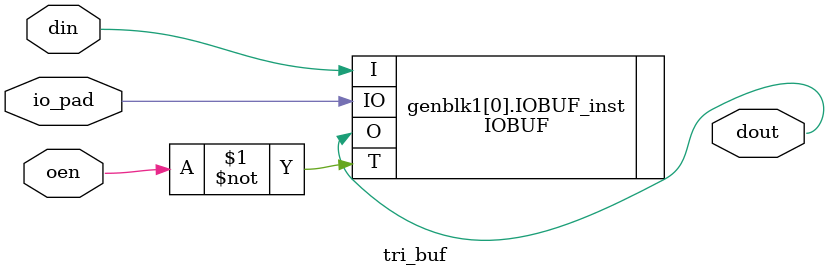
<source format=v>
module tri_buf #(
                     parameter WIDTH = 1
                   )
                   (
                     input   wire  [WIDTH-1:0]       din,
                     input   wire                    oen,
                     inout   wire  [WIDTH-1:0]       io_pad,
                     output  wire  [WIDTH-1:0]       dout
                   );
genvar i;

generate
  for (i=0; i<WIDTH; i=i+1)
  begin
  IOBUF                   #(
                                    .DRIVE (12),        // Specify the output drive strength
                             .IBUF_LOW_PWR ("TRUE"),    // Low Power - "TRUE", High Performance = "FALSE"
                               .IOSTANDARD ("DEFAULT") // Specify the I/O standard
                           )
               IOBUF_inst  (
                                        .O (dout[i]),   // Buffer output     (data to core)
                                       .IO (io_pad[i]), // Buffer inout port (To I/O pad)
                                        .I (din[i]),    // Buffer input      (core to I/O pad)
                                        .T (~oen)        // 3-state enable input, high=tristate hence input, low=output
                           ); 
     
  end
endgenerate
endmodule

</source>
